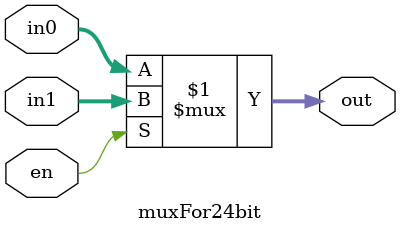
<source format=v>
module muxFor24bit(in0, in1, en, out);

	input[23: 0] in0;
	input[23: 0] in1;
	input en;
	output [23: 0] out;
	assign out = en ? in1: in0;
endmodule

</source>
